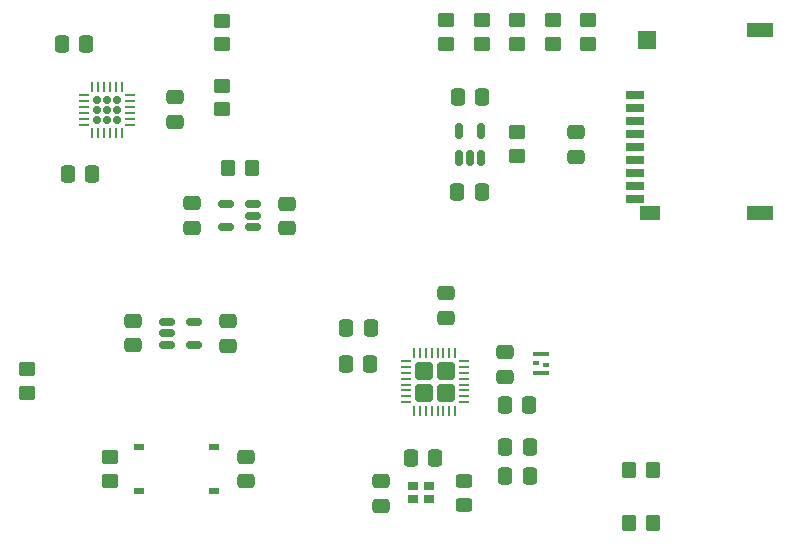
<source format=gtp>
%TF.GenerationSoftware,KiCad,Pcbnew,9.0.1*%
%TF.CreationDate,2025-04-18T15:20:57+02:00*%
%TF.ProjectId,random_sampler,72616e64-6f6d-45f7-9361-6d706c65722e,rev?*%
%TF.SameCoordinates,Original*%
%TF.FileFunction,Paste,Top*%
%TF.FilePolarity,Positive*%
%FSLAX46Y46*%
G04 Gerber Fmt 4.6, Leading zero omitted, Abs format (unit mm)*
G04 Created by KiCad (PCBNEW 9.0.1) date 2025-04-18 15:20:57*
%MOMM*%
%LPD*%
G01*
G04 APERTURE LIST*
G04 Aperture macros list*
%AMRoundRect*
0 Rectangle with rounded corners*
0 $1 Rounding radius*
0 $2 $3 $4 $5 $6 $7 $8 $9 X,Y pos of 4 corners*
0 Add a 4 corners polygon primitive as box body*
4,1,4,$2,$3,$4,$5,$6,$7,$8,$9,$2,$3,0*
0 Add four circle primitives for the rounded corners*
1,1,$1+$1,$2,$3*
1,1,$1+$1,$4,$5*
1,1,$1+$1,$6,$7*
1,1,$1+$1,$8,$9*
0 Add four rect primitives between the rounded corners*
20,1,$1+$1,$2,$3,$4,$5,0*
20,1,$1+$1,$4,$5,$6,$7,0*
20,1,$1+$1,$6,$7,$8,$9,0*
20,1,$1+$1,$8,$9,$2,$3,0*%
G04 Aperture macros list end*
%ADD10RoundRect,0.250000X-0.337500X-0.475000X0.337500X-0.475000X0.337500X0.475000X-0.337500X0.475000X0*%
%ADD11R,1.397000X0.406400*%
%ADD12R,0.508000X0.304800*%
%ADD13RoundRect,0.250000X0.337500X0.475000X-0.337500X0.475000X-0.337500X-0.475000X0.337500X-0.475000X0*%
%ADD14RoundRect,0.250000X0.450000X-0.350000X0.450000X0.350000X-0.450000X0.350000X-0.450000X-0.350000X0*%
%ADD15RoundRect,0.250000X0.475000X-0.337500X0.475000X0.337500X-0.475000X0.337500X-0.475000X-0.337500X0*%
%ADD16RoundRect,0.250000X-0.450000X0.325000X-0.450000X-0.325000X0.450000X-0.325000X0.450000X0.325000X0*%
%ADD17RoundRect,0.250000X-0.475000X0.337500X-0.475000X-0.337500X0.475000X-0.337500X0.475000X0.337500X0*%
%ADD18R,1.600000X0.700000*%
%ADD19R,1.800000X1.200000*%
%ADD20R,1.500000X1.600000*%
%ADD21R,2.200000X1.200000*%
%ADD22RoundRect,0.160000X-0.160000X0.160000X-0.160000X-0.160000X0.160000X-0.160000X0.160000X0.160000X0*%
%ADD23RoundRect,0.062500X-0.062500X0.375000X-0.062500X-0.375000X0.062500X-0.375000X0.062500X0.375000X0*%
%ADD24RoundRect,0.062500X-0.375000X0.062500X-0.375000X-0.062500X0.375000X-0.062500X0.375000X0.062500X0*%
%ADD25RoundRect,0.250000X-0.450000X0.350000X-0.450000X-0.350000X0.450000X-0.350000X0.450000X0.350000X0*%
%ADD26RoundRect,0.150000X0.512500X0.150000X-0.512500X0.150000X-0.512500X-0.150000X0.512500X-0.150000X0*%
%ADD27RoundRect,0.150000X-0.512500X-0.150000X0.512500X-0.150000X0.512500X0.150000X-0.512500X0.150000X0*%
%ADD28RoundRect,0.250000X-0.350000X-0.450000X0.350000X-0.450000X0.350000X0.450000X-0.350000X0.450000X0*%
%ADD29RoundRect,0.250000X0.350000X0.450000X-0.350000X0.450000X-0.350000X-0.450000X0.350000X-0.450000X0*%
%ADD30RoundRect,0.150000X0.150000X-0.512500X0.150000X0.512500X-0.150000X0.512500X-0.150000X-0.512500X0*%
%ADD31RoundRect,0.250000X0.495000X0.495000X-0.495000X0.495000X-0.495000X-0.495000X0.495000X-0.495000X0*%
%ADD32RoundRect,0.062500X0.337500X0.062500X-0.337500X0.062500X-0.337500X-0.062500X0.337500X-0.062500X0*%
%ADD33RoundRect,0.062500X0.062500X0.337500X-0.062500X0.337500X-0.062500X-0.337500X0.062500X-0.337500X0*%
%ADD34R,0.850000X0.750000*%
%ADD35R,0.952500X0.558800*%
G04 APERTURE END LIST*
D10*
%TO.C,C4*%
X53962500Y-50050000D03*
X56037500Y-50050000D03*
%TD*%
D11*
%TO.C,XTAL1*%
X57000000Y-41350001D03*
D12*
X57445999Y-40648975D03*
D11*
X57000000Y-39749999D03*
D12*
X56554001Y-40444000D03*
%TD*%
D13*
%TO.C,C2*%
X42537500Y-40550000D03*
X40462500Y-40550000D03*
%TD*%
D14*
%TO.C,R3*%
X55000000Y-13455000D03*
X55000000Y-11455000D03*
%TD*%
D15*
%TO.C,C15*%
X30500000Y-39000000D03*
X30500000Y-36925000D03*
%TD*%
D16*
%TO.C,L1*%
X50500000Y-50450000D03*
X50500000Y-52500000D03*
%TD*%
D17*
%TO.C,C13*%
X35500000Y-27000000D03*
X35500000Y-29075000D03*
%TD*%
D14*
%TO.C,R5*%
X58000000Y-13455000D03*
X58000000Y-11455000D03*
%TD*%
D18*
%TO.C,J1*%
X64950000Y-17750000D03*
X64950000Y-18850000D03*
X64950000Y-19950000D03*
X64950000Y-21050000D03*
X64950000Y-22150000D03*
X64950000Y-23250000D03*
X64950000Y-24350000D03*
X64950000Y-25450000D03*
X64950000Y-26550000D03*
D19*
X66250000Y-27750000D03*
D20*
X66000000Y-13150000D03*
D21*
X75550000Y-27750000D03*
X75550000Y-12250000D03*
%TD*%
D22*
%TO.C,U2*%
X21120000Y-18192500D03*
X20250000Y-18192500D03*
X19380000Y-18192500D03*
X21120000Y-19062500D03*
X20250000Y-19062500D03*
X19380000Y-19062500D03*
X21120000Y-19932500D03*
X20250000Y-19932500D03*
X19380000Y-19932500D03*
D23*
X21500000Y-17125000D03*
X21000000Y-17125000D03*
X20500000Y-17125000D03*
X20000000Y-17125000D03*
X19500000Y-17125000D03*
X19000000Y-17125000D03*
D24*
X18312500Y-17812500D03*
X18312500Y-18312500D03*
X18312500Y-18812500D03*
X18312500Y-19312500D03*
X18312500Y-19812500D03*
X18312500Y-20312500D03*
D23*
X19000000Y-21000000D03*
X19500000Y-21000000D03*
X20000000Y-21000000D03*
X20500000Y-21000000D03*
X21000000Y-21000000D03*
X21500000Y-21000000D03*
D24*
X22187500Y-20312500D03*
X22187500Y-19812500D03*
X22187500Y-19312500D03*
X22187500Y-18812500D03*
X22187500Y-18312500D03*
X22187500Y-17812500D03*
%TD*%
D15*
%TO.C,C10*%
X54000000Y-41625000D03*
X54000000Y-39550000D03*
%TD*%
D17*
%TO.C,C14*%
X27500000Y-26962500D03*
X27500000Y-29037500D03*
%TD*%
D25*
%TO.C,R11*%
X30000000Y-11500000D03*
X30000000Y-13500000D03*
%TD*%
D26*
%TO.C,U3*%
X32637500Y-28950000D03*
X32637500Y-28000000D03*
X32637500Y-27050000D03*
X30362500Y-27050000D03*
X30362500Y-28950000D03*
%TD*%
D15*
%TO.C,C17*%
X60000000Y-22992500D03*
X60000000Y-20917500D03*
%TD*%
D14*
%TO.C,R6*%
X49000000Y-13455000D03*
X49000000Y-11455000D03*
%TD*%
D27*
%TO.C,U4*%
X25362500Y-37012500D03*
X25362500Y-37962500D03*
X25362500Y-38912500D03*
X27637500Y-38912500D03*
X27637500Y-37012500D03*
%TD*%
D14*
%TO.C,R2*%
X52000000Y-13455000D03*
X52000000Y-11455000D03*
%TD*%
D10*
%TO.C,C6*%
X53925000Y-44050000D03*
X56000000Y-44050000D03*
%TD*%
D28*
%TO.C,R9*%
X30500000Y-24000000D03*
X32500000Y-24000000D03*
%TD*%
D17*
%TO.C,C19*%
X26000000Y-17962500D03*
X26000000Y-20037500D03*
%TD*%
D10*
%TO.C,C3*%
X53962500Y-47550000D03*
X56037500Y-47550000D03*
%TD*%
D15*
%TO.C,C7*%
X32000000Y-50500000D03*
X32000000Y-48425000D03*
%TD*%
D14*
%TO.C,R10*%
X30000000Y-19000000D03*
X30000000Y-17000000D03*
%TD*%
D15*
%TO.C,C9*%
X43500000Y-52550000D03*
X43500000Y-50475000D03*
%TD*%
D10*
%TO.C,C12*%
X49962500Y-17955000D03*
X52037500Y-17955000D03*
%TD*%
D15*
%TO.C,C5*%
X49000000Y-36625000D03*
X49000000Y-34550000D03*
%TD*%
D17*
%TO.C,C16*%
X22500000Y-36887500D03*
X22500000Y-38962500D03*
%TD*%
D25*
%TO.C,R1*%
X20500000Y-48462500D03*
X20500000Y-50462500D03*
%TD*%
D14*
%TO.C,R4*%
X61000000Y-13455000D03*
X61000000Y-11455000D03*
%TD*%
D29*
%TO.C,R13*%
X66500000Y-54000000D03*
X64500000Y-54000000D03*
%TD*%
D10*
%TO.C,C11*%
X16425000Y-13500000D03*
X18500000Y-13500000D03*
%TD*%
D30*
%TO.C,U5*%
X50050000Y-23092500D03*
X51000000Y-23092500D03*
X51950000Y-23092500D03*
X51950000Y-20817500D03*
X50050000Y-20817500D03*
%TD*%
D25*
%TO.C,R7*%
X13500000Y-41000000D03*
X13500000Y-43000000D03*
%TD*%
D31*
%TO.C,U1*%
X48925000Y-42975000D03*
X48925000Y-41125000D03*
X47075000Y-42975000D03*
X47075000Y-41125000D03*
D32*
X50450000Y-43800000D03*
X50450000Y-43300000D03*
X50450000Y-42800000D03*
X50450000Y-42300000D03*
X50450000Y-41800000D03*
X50450000Y-41300000D03*
X50450000Y-40800000D03*
X50450000Y-40300000D03*
D33*
X49750000Y-39600000D03*
X49250000Y-39600000D03*
X48750000Y-39600000D03*
X48250000Y-39600000D03*
X47750000Y-39600000D03*
X47250000Y-39600000D03*
X46750000Y-39600000D03*
X46250000Y-39600000D03*
D32*
X45550000Y-40300000D03*
X45550000Y-40800000D03*
X45550000Y-41300000D03*
X45550000Y-41800000D03*
X45550000Y-42300000D03*
X45550000Y-42800000D03*
X45550000Y-43300000D03*
X45550000Y-43800000D03*
D33*
X46250000Y-44500000D03*
X46750000Y-44500000D03*
X47250000Y-44500000D03*
X47750000Y-44500000D03*
X48250000Y-44500000D03*
X48750000Y-44500000D03*
X49250000Y-44500000D03*
X49750000Y-44500000D03*
%TD*%
D13*
%TO.C,C8*%
X48037500Y-48475000D03*
X45962500Y-48475000D03*
%TD*%
D25*
%TO.C,R8*%
X55000000Y-20955000D03*
X55000000Y-22955000D03*
%TD*%
D13*
%TO.C,C1*%
X42575000Y-37550000D03*
X40500000Y-37550000D03*
%TD*%
D34*
%TO.C,Y1*%
X47500000Y-50925000D03*
X46150000Y-50925000D03*
X46150000Y-51975000D03*
X47500000Y-51975000D03*
%TD*%
D10*
%TO.C,C20*%
X16925000Y-24500000D03*
X19000000Y-24500000D03*
%TD*%
D28*
%TO.C,R12*%
X64500000Y-49500000D03*
X66500000Y-49500000D03*
%TD*%
D13*
%TO.C,C18*%
X52000000Y-25955000D03*
X49925000Y-25955000D03*
%TD*%
D35*
%TO.C,U6*%
X29362700Y-51316700D03*
X23000000Y-51316700D03*
X29362700Y-47608300D03*
X23000000Y-47608300D03*
%TD*%
M02*

</source>
